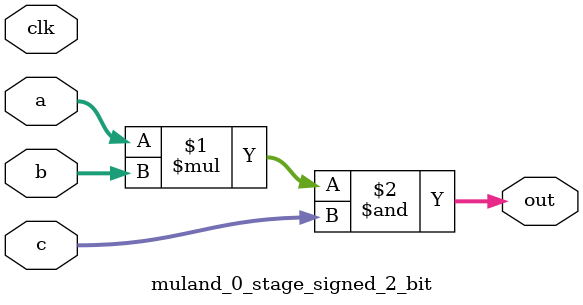
<source format=sv>
(* use_dsp = "yes" *) module muland_0_stage_signed_2_bit(
	input signed [1:0] a,
	input signed [1:0] b,
	input signed [1:0] c,
	output [1:0] out,
	input clk);

	assign out = (a * b) & c;
endmodule

</source>
